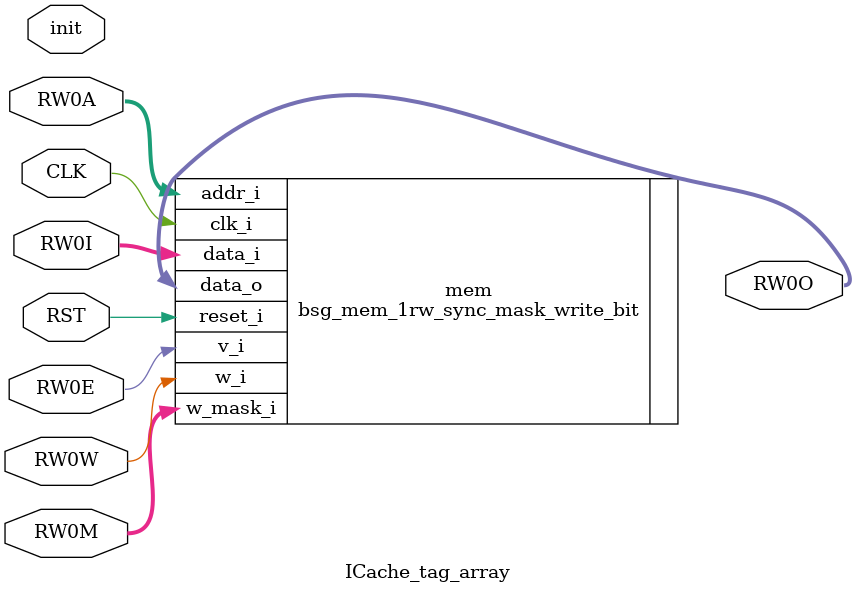
<source format=v>
module DataArray_T9(
  input CLK,
  input RST,
  input init,
  input [7:0] W0A,
  input W0E,
  input [127:0] W0I,
  input [127:0] W0M,
  input [7:0] R1A,
  input R1E,
  output [127:0] R1O
);


 bsg_mem_1r1w_sync_mask_write_bit  #
 (.width_p(128)
 ,.els_p(256)
 ,.read_write_same_addr_p(0))
 mem
 (.clk_i(CLK)
 ,.reset_i(RST)
 ,.w_v_i(W0E)
 ,.w_mask_i(W0M)
 ,.w_addr_i(W0A)
 ,.w_data_i(W0I)
 ,.r_v_i(R1E)
 ,.r_addr_i(R1A)
 ,.r_data_o(R1O));

endmodule

module MetadataArray_tag_arr(
  input CLK,
  input RST,
  input init,
  input [5:0] W0A,
  input W0E,
  input [87:0] W0I,
  input [87:0] W0M,
  input [5:0] R1A,
  input R1E,
  output [87:0] R1O
);


 bsg_mem_1r1w_sync_mask_write_bit  #
 (.width_p(88)
 ,.els_p(64)
 ,.read_write_same_addr_p(0))
 mem
 (.clk_i(CLK)
 ,.reset_i(RST)
 ,.w_v_i(W0E)
 ,.w_mask_i(W0M)
 ,.w_addr_i(W0A)
 ,.w_data_i(W0I)
 ,.r_v_i(R1E)
 ,.r_addr_i(R1A)
 ,.r_data_o(R1O));

endmodule

module ICache_T198(
  input CLK,
  input RST,
  input init,
  input [7:0] RW0A,
  input RW0E,
  input RW0W,
  input [127:0] RW0I,
  output [127:0] RW0O
);

bsg_mem_1rw_sync #
 (.width_p(128)
 ,.els_p(256))
 mem
 (.clk_i(CLK)
 ,.reset_i(RST)
 ,.addr_i(RW0A)
 ,.v_i(RW0E)
 ,.w_i(RW0W)
 ,.data_i(RW0I)
 ,.data_o(RW0O));

endmodule

module ICache_tag_array(
  input CLK,
  input RST,
  input init,
  input [5:0] RW0A,
  input RW0E,
  input RW0W,
  input [79:0] RW0M,
  input [79:0] RW0I,
  output [79:0] RW0O
);

bsg_mem_1rw_sync_mask_write_bit #
 (.width_p(80)
 ,.els_p(64))
 mem
 (.clk_i(CLK)
 ,.reset_i(RST)
 ,.addr_i(RW0A)
 ,.v_i(RW0E)
 ,.w_mask_i(RW0M)
 ,.w_i(RW0W)
 ,.data_i(RW0I)
 ,.data_o(RW0O));

endmodule


</source>
